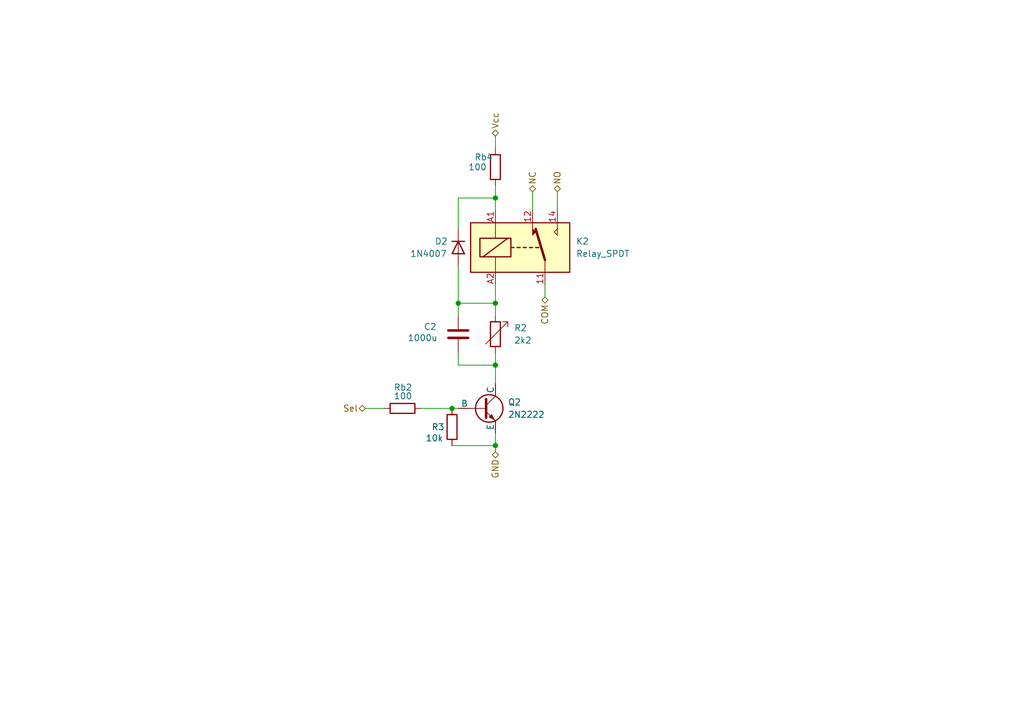
<source format=kicad_sch>
(kicad_sch (version 20231120) (generator "eeschema") (generator_version "8.0")
  (paper "A5")
  (title_block (title "POWER") (date "2024-11-11") (rev "Rev 1.0") (company "Grupo Alfa - David A. Estela M. Hugo S. Fernando S.") (comment 1 "Circuito para reducir la corriente de un relé cuando se mantiene conmutado"))
  (lib_symbols
    (symbol "Device:C" (pin_numbers hide) (pin_names (offset 0.254))
      (property "Reference" "C" (at 0.635 2.54 0))
      (property "Value" "C" (at 0.635 -2.54 0))
      (symbol "C_0_1"
        (polyline (pts (xy -2.032 -0.762) (xy 2.032 -0.762)) (stroke (width 0.508)))
        (polyline (pts (xy -2.032 0.762) (xy 2.032 0.762)) (stroke (width 0.508)))
      )
      (symbol "C_1_1"
        (pin passive line (at 0 3.81 270) (length 2.794) (name "~") (number "1"))
        (pin passive line (at 0 -3.81 90) (length 2.794) (name "~") (number "2"))
      )
    )
    (symbol "Device:D" (pin_numbers hide) (pin_names (offset 1.016) hide)
      (property "Reference" "D" (at 0 2.54 0))
      (property "Value" "D" (at 0 -2.54 0))
      (symbol "D_0_1"
        (polyline (pts (xy -1.27 1.27) (xy -1.27 -1.27)) (stroke (width 0.254)))
        (polyline (pts (xy 1.27 0) (xy -1.27 0)))
        (polyline (pts (xy 1.27 1.27) (xy 1.27 -1.27) (xy -1.27 0) (xy 1.27 1.27)) (stroke (width 0.254)))
      )
      (symbol "D_1_1"
        (pin passive line (at -3.81 0 0) (length 2.54) (name "K") (number "1"))
        (pin passive line (at 3.81 0 180) (length 2.54) (name "A") (number "2"))
      )
    )
    (symbol "Device:R" (pin_numbers hide) (pin_names (offset 0))
      (property "Reference" "R" (at 2.032 0 90))
      (property "Value" "R" (at 0 0 90))
      (symbol "R_0_1"
        (rectangle (start -1.016 -2.54) (end 1.016 2.54) (stroke (width 0.254)))
      )
      (symbol "R_1_1"
        (pin passive line (at 0 3.81 270) (length 1.27) (name "~") (number "1"))
        (pin passive line (at 0 -3.81 90) (length 1.27) (name "~") (number "2"))
      )
    )
    (symbol "Device:R_Variable" (pin_numbers hide) (pin_names (offset 0))
      (property "Reference" "R" (at 2.54 -2.54 90))
      (property "Value" "R_Variable" (at -2.54 -1.27 90))
      (symbol "R_Variable_0_1"
        (rectangle (start -1.016 -2.54) (end 1.016 2.54) (stroke (width 0.254)))
        (polyline (pts (xy 2.54 1.524) (xy 2.54 2.54) (xy 1.524 2.54) (xy 2.54 2.54) (xy -2.032 -2.032)))
      )
      (symbol "R_Variable_1_1"
        (pin passive line (at 0 3.81 270) (length 1.27) (name "~") (number "1"))
        (pin passive line (at 0 -3.81 90) (length 1.27) (name "~") (number "2"))
      )
    )
    (symbol "Relay:Relay_SPDT"
      (property "Reference" "K" (at 11.43 3.81 0))
      (property "Value" "Relay_SPDT" (at 11.43 1.27 0))
      (symbol "Relay_SPDT_0_0"
        (polyline (pts (xy 7.62 5.08) (xy 7.62 2.54) (xy 6.985 3.175) (xy 7.62 3.81)))
      )
      (symbol "Relay_SPDT_0_1"
        (rectangle (start -10.16 5.08) (end 10.16 -5.08) (stroke (width 0.254)) (fill (type background)))
        (rectangle (start -8.255 1.905) (end -1.905 -1.905) (stroke (width 0.254)))
        (polyline (pts (xy -7.62 -1.905) (xy -2.54 1.905)) (stroke (width 0.254)))
        (polyline (pts (xy -5.08 -5.08) (xy -5.08 -1.905)))
        (polyline (pts (xy -5.08 5.08) (xy -5.08 1.905)))
        (polyline (pts (xy -1.905 0) (xy -1.27 0)) (stroke (width 0.254)))
        (polyline (pts (xy -0.635 0) (xy 0 0)) (stroke (width 0.254)))
        (polyline (pts (xy 0.635 0) (xy 1.27 0)) (stroke (width 0.254)))
        (polyline (pts (xy 1.905 0) (xy 2.54 0)) (stroke (width 0.254)))
        (polyline (pts (xy 3.175 0) (xy 3.81 0)) (stroke (width 0.254)))
        (polyline (pts (xy 5.08 -2.54) (xy 3.175 3.81)) (stroke (width 0.508)))
        (polyline (pts (xy 5.08 -2.54) (xy 5.08 -5.08)))
        (polyline (pts (xy 2.54 5.08) (xy 2.54 2.54) (xy 3.175 3.175) (xy 2.54 3.81)) (fill (type outline)))
      )
      (symbol "Relay_SPDT_1_1"
        (pin passive line (at 5.08 -7.62 90) (length 2.54) (name "~") (number "11"))
        (pin passive line (at 2.54 7.62 270) (length 2.54) (name "~") (number "12"))
        (pin passive line (at 7.62 7.62 270) (length 2.54) (name "~") (number "14"))
        (pin passive line (at -5.08 7.62 270) (length 2.54) (name "~") (number "A1"))
        (pin passive line (at -5.08 -7.62 90) (length 2.54) (name "~") (number "A2"))
      )
    )
    (symbol "Simulation_SPICE:NPN" (pin_numbers hide) (pin_names (offset 0))
      (property "Reference" "Q" (at -2.54 7.62 0))
      (property "Value" "NPN" (at -2.54 5.08 0))
      (symbol "NPN_0_1"
        (polyline (pts (xy -2.54 0) (xy 0.635 0)) (stroke (width 0.1524)))
        (polyline (pts (xy 0.635 0.635) (xy 2.54 2.54)))
        (polyline (pts (xy 2.794 -1.27) (xy 2.794 -1.27)) (stroke (width 0.1524)))
        (polyline (pts (xy 2.794 -1.27) (xy 2.794 -1.27)) (stroke (width 0.1524)))
        (polyline (pts (xy 0.635 -0.635) (xy 2.54 -2.54) (xy 2.54 -2.54)))
        (polyline (pts (xy 0.635 1.905) (xy 0.635 -1.905) (xy 0.635 -1.905)) (stroke (width 0.508)))
        (polyline (pts (xy 1.27 -1.778) (xy 1.778 -1.27) (xy 2.286 -2.286) (xy 1.27 -1.778) (xy 1.27 -1.778)) (fill (type outline)))
        (circle (center 1.27 0) (radius 2.8194) (stroke (width 0.254)))
      )
      (symbol "NPN_1_1"
        (pin open_collector line (at 2.54 5.08 270) (length 2.54) (name "C") (number "1"))
        (pin input line (at -5.08 0 0) (length 2.54) (name "B") (number "2"))
        (pin open_emitter line (at 2.54 -5.08 90) (length 2.54) (name "E") (number "3"))
      )
    )
  )
  (junction (at 101.6 74.93))
  (junction (at 101.6 40.64))
  (junction (at 101.6 62.23))
  (junction (at 101.6 91.44))
  (junction (at 93.98 62.23))
  (junction (at 92.71 83.82))
  (wire (pts (xy 93.98 46.99) (xy 93.98 40.64)))
  (wire (pts (xy 109.22 39.37) (xy 109.22 43.18)))
  (wire (pts (xy 101.6 91.44) (xy 101.6 92.71)))
  (wire (pts (xy 111.76 58.42) (xy 111.76 60.96)))
  (wire (pts (xy 93.98 54.61) (xy 93.98 62.23)))
  (wire (pts (xy 101.6 74.93) (xy 101.6 72.39)))
  (wire (pts (xy 86.36 83.82) (xy 92.71 83.82)))
  (wire (pts (xy 93.98 72.39) (xy 93.98 74.93)))
  (wire (pts (xy 101.6 74.93) (xy 101.6 78.74)))
  (wire (pts (xy 101.6 88.9) (xy 101.6 91.44)))
  (wire (pts (xy 101.6 40.64) (xy 101.6 43.18)))
  (wire (pts (xy 93.98 62.23) (xy 101.6 62.23)))
  (wire (pts (xy 92.71 91.44) (xy 101.6 91.44)))
  (wire (pts (xy 101.6 62.23) (xy 101.6 64.77)))
  (wire (pts (xy 92.71 83.82) (xy 93.98 83.82)))
  (wire (pts (xy 114.3 39.37) (xy 114.3 43.18)))
  (wire (pts (xy 101.6 38.1) (xy 101.6 40.64)))
  (wire (pts (xy 93.98 74.93) (xy 101.6 74.93)))
  (wire (pts (xy 74.93 83.82) (xy 78.74 83.82)))
  (wire (pts (xy 101.6 27.94) (xy 101.6 30.48)))
  (wire (pts (xy 93.98 62.23) (xy 93.98 64.77)))
  (wire (pts (xy 93.98 40.64) (xy 101.6 40.64)))
  (wire (pts (xy 101.6 58.42) (xy 101.6 62.23)))
  (hierarchical_label "NC" (shape bidirectional) (at 109.22 39.37 90))
  (hierarchical_label "COM" (shape bidirectional) (at 111.76 60.96 270))
  (hierarchical_label "Vcc" (shape bidirectional) (at 101.6 27.94 90))
  (hierarchical_label "Sel" (shape bidirectional) (at 74.93 83.82 180))
  (hierarchical_label "GND" (shape bidirectional) (at 101.6 92.71 270))
  (hierarchical_label "NO" (shape bidirectional) (at 114.3 39.37 90))
  (symbol (lib_id "Device:R") (at 82.55 83.82 90) (mirror x) (unit 1)
    (property "Reference" "Rb2" (at 84.582 79.502 90) (effects (justify left)))
    (property "Value" "100" (at 84.582 81.28 90) (effects (justify left)))
    (property "Description" "Resistor" (effects (hide yes)))
    (instances (project "Diagrama" (path "" (reference "Rb2") (unit 1)) (path "" (reference "Rb1") (unit 1))))
  )
  (symbol (lib_id "Relay:Relay_SPDT") (at 106.68 50.8 0) (unit 1)
    (property "Reference" "K2" (at 118.11 49.5299 0) (effects (justify left)))
    (property "Value" "Relay_SPDT" (at 118.11 52.0699 0) (effects (justify left)))
    (property "Description" "Relay SPDT, monostable, EN50005" (effects (hide yes)))
  )
  (symbol (lib_id "Device:R_Variable") (at 101.6 68.58 0) (unit 1)
    (property "Reference" "R2" (at 105.41 67.3099 0) (effects (justify left)))
    (property "Value" "2k2" (at 105.41 69.8499 0) (effects (justify left)))
    (property "Description" "Variable resistor" (effects (hide yes)))
    (instances (project "" (path "" (reference "R2") (unit 1)) (path "" (reference "R1") (unit 1))))
  )
  (symbol (lib_id "Device:D") (at 93.98 50.8 270) (unit 1)
    (property "Reference" "D2" (at 89.154 49.53 90) (effects (justify left)))
    (property "Value" "1N4007" (at 84.074 52.07 90) (effects (justify left)))
    (property "Description" "Diode" (effects (hide yes)))
    (property "Sim.Device" "D" (effects (hide yes)))
    (property "Sim.Pins" "1=K 2=A" (effects (hide yes)))
  )
  (symbol (lib_id "Device:C") (at 93.98 68.58 0) (unit 1)
    (property "Reference" "C2" (at 86.868 67.056 0) (effects (justify left)))
    (property "Value" "1000u" (at 83.566 69.342 0) (effects (justify left)))
    (property "Description" "Unpolarized capacitor" (effects (hide yes)))
  )
  (symbol (lib_id "Simulation_SPICE:NPN") (at 99.06 83.82 0) (unit 1)
    (property "Reference" "Q2" (at 104.14 82.5499 0) (effects (justify left)))
    (property "Value" "2N2222" (at 104.14 85.0899 0) (effects (justify left)))
    (property "Datasheet" "https://ngspice.sourceforge.io/docs/ngspice-html-manual/manual.xhtml#cha_BJTs" (effects (hide yes)))
    (property "Description" "Bipolar transistor symbol for simulation only, substrate tied to the emitter" (effects (hide yes)))
    (property "Sim.Device" "NPN" (effects (hide yes)))
    (property "Sim.Type" "GUMMELPOON" (effects (hide yes)))
    (property "Sim.Pins" "1=C 2=B 3=E" (effects (hide yes)))
  )
  (symbol (lib_id "Device:R") (at 101.6 34.29 0) (mirror x) (unit 1)
    (property "Reference" "Rb4" (at 97.282 32.258 0) (effects (justify left)))
    (property "Value" "100" (at 96.012 34.29 0) (effects (justify left)))
    (property "Description" "Resistor" (effects (hide yes)))
    (instances (project "Diagrama" (path "" (reference "Rb4") (unit 1)) (path "" (reference "R2") (unit 1))))
  )
  (symbol (lib_id "Device:R") (at 92.71 87.63 0) (mirror y) (unit 1)
    (property "Reference" "R3" (at 91.186 87.63 0) (effects (justify left)))
    (property "Value" "10k" (at 90.932 89.916 0) (effects (justify left)))
    (property "Description" "Resistor" (effects (hide yes)))
    (instances (project "Diagrama" (path "" (reference "R3") (unit 1)) (path "" (reference "Rb2") (unit 1))))
  )
)
</source>
